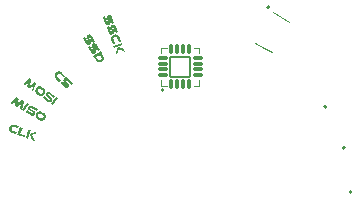
<source format=gbr>
%TF.GenerationSoftware,KiCad,Pcbnew,7.0.6*%
%TF.CreationDate,2024-04-30T01:46:30+02:00*%
%TF.ProjectId,amulet_encoder,616d756c-6574-45f6-956e-636f6465722e,1.0*%
%TF.SameCoordinates,PX7829b80PY6b49d20*%
%TF.FileFunction,Legend,Top*%
%TF.FilePolarity,Positive*%
%FSLAX46Y46*%
G04 Gerber Fmt 4.6, Leading zero omitted, Abs format (unit mm)*
G04 Created by KiCad (PCBNEW 7.0.6) date 2024-04-30 01:46:30*
%MOMM*%
%LPD*%
G01*
G04 APERTURE LIST*
G04 Aperture macros list*
%AMRoundRect*
0 Rectangle with rounded corners*
0 $1 Rounding radius*
0 $2 $3 $4 $5 $6 $7 $8 $9 X,Y pos of 4 corners*
0 Add a 4 corners polygon primitive as box body*
4,1,4,$2,$3,$4,$5,$6,$7,$8,$9,$2,$3,0*
0 Add four circle primitives for the rounded corners*
1,1,$1+$1,$2,$3*
1,1,$1+$1,$4,$5*
1,1,$1+$1,$6,$7*
1,1,$1+$1,$8,$9*
0 Add four rect primitives between the rounded corners*
20,1,$1+$1,$2,$3,$4,$5,0*
20,1,$1+$1,$4,$5,$6,$7,0*
20,1,$1+$1,$6,$7,$8,$9,0*
20,1,$1+$1,$8,$9,$2,$3,0*%
G04 Aperture macros list end*
%ADD10C,0.100000*%
%ADD11C,0.200000*%
%ADD12C,0.120000*%
%ADD13C,0.150000*%
%ADD14C,0.800000*%
%ADD15C,4.500000*%
%ADD16C,0.999800*%
%ADD17C,2.000000*%
%ADD18RoundRect,0.287500X0.299753X-0.188309X0.217271X0.279474X-0.299753X0.188309X-0.217271X-0.279474X0*%
%ADD19RoundRect,0.262500X-0.350370X0.071088X-0.170757X-0.314093X0.350370X-0.071088X0.170757X0.314093X0*%
%ADD20RoundRect,0.262500X-0.267885X0.236749X-0.304927X-0.186634X0.267885X-0.236749X0.304927X0.186634X0*%
%ADD21RoundRect,0.262500X-0.320032X0.159348X-0.246232X-0.259195X0.320032X-0.159348X0.246232X0.259195X0*%
%ADD22RoundRect,0.200000X-0.378109X0.045096X0.228109X-0.304904X0.378109X-0.045096X-0.228109X0.304904X0*%
%ADD23RoundRect,0.287500X-0.078803X0.345112X-0.351252X-0.043985X0.078803X-0.345112X0.351252X0.043985X0*%
%ADD24RoundRect,0.050000X0.850000X-0.850000X0.850000X0.850000X-0.850000X0.850000X-0.850000X-0.850000X0*%
%ADD25RoundRect,0.112500X0.312500X-0.062500X0.312500X0.062500X-0.312500X0.062500X-0.312500X-0.062500X0*%
%ADD26RoundRect,0.112500X0.062500X-0.312500X0.062500X0.312500X-0.062500X0.312500X-0.062500X-0.312500X0*%
%ADD27RoundRect,0.200000X-0.361742X-0.118925X0.335595X-0.179934X0.361742X0.118925X-0.335595X0.179934X0*%
%ADD28RoundRect,0.200000X-0.318635X-0.208498X0.370730X-0.086944X0.318635X0.208498X-0.370730X0.086944X0*%
%ADD29RoundRect,0.200000X-0.253815X-0.283863X0.380600X0.011970X0.253815X0.283863X-0.380600X-0.011970X0*%
G04 APERTURE END LIST*
D10*
G36*
X10175669Y31392134D02*
G01*
X10422315Y32003964D01*
X10426272Y32014433D01*
X10429355Y32024463D01*
X10431581Y32034069D01*
X10432968Y32043264D01*
X10433534Y32052064D01*
X10433298Y32060484D01*
X10432278Y32068537D01*
X10430492Y32076238D01*
X10426417Y32087161D01*
X10420720Y32097375D01*
X10416053Y32103814D01*
X10410710Y32109973D01*
X10404710Y32115868D01*
X10398072Y32121512D01*
X10390813Y32126921D01*
X10323749Y32173879D01*
X10316686Y32178503D01*
X10309602Y32182492D01*
X10302498Y32185843D01*
X10291801Y32189660D01*
X10281057Y32192012D01*
X10270264Y32192879D01*
X10259423Y32192246D01*
X10248532Y32190095D01*
X10237593Y32186407D01*
X10230272Y32183087D01*
X10222929Y32179071D01*
X10215563Y32174355D01*
X10208176Y32168933D01*
X9851910Y31888374D01*
X9992578Y32319896D01*
X9995162Y32328682D01*
X9997063Y32337224D01*
X9998292Y32345521D01*
X9998854Y32353574D01*
X9998469Y32365191D01*
X9996633Y32376253D01*
X9993375Y32386759D01*
X9988724Y32396706D01*
X9982706Y32406091D01*
X9975350Y32414914D01*
X9969717Y32420483D01*
X9963510Y32425800D01*
X9956737Y32430864D01*
X9889833Y32477711D01*
X9882268Y32482682D01*
X9874696Y32486988D01*
X9867109Y32490607D01*
X9859502Y32493515D01*
X9851870Y32495689D01*
X9840359Y32497524D01*
X9828756Y32497578D01*
X9820959Y32496587D01*
X9813106Y32494747D01*
X9805192Y32492035D01*
X9797209Y32488427D01*
X9789152Y32483902D01*
X9781015Y32478435D01*
X9772793Y32472004D01*
X9764478Y32464586D01*
X9274704Y32022996D01*
X9433481Y31911819D01*
X9793516Y32238639D01*
X9664904Y31834216D01*
X9662267Y31825680D01*
X9660298Y31817376D01*
X9658993Y31809304D01*
X9658347Y31801462D01*
X9658605Y31790128D01*
X9660322Y31779305D01*
X9663484Y31768989D01*
X9668077Y31759177D01*
X9674085Y31749864D01*
X9681494Y31741046D01*
X9687205Y31735441D01*
X9693527Y31730053D01*
X9700457Y31724881D01*
X9749115Y31690810D01*
X9756187Y31686178D01*
X9763295Y31682162D01*
X9770435Y31678769D01*
X9781193Y31674866D01*
X9791996Y31672408D01*
X9802828Y31671420D01*
X9813674Y31671927D01*
X9824518Y31673954D01*
X9835346Y31677526D01*
X9842546Y31680779D01*
X9849728Y31684736D01*
X9856886Y31689406D01*
X9864016Y31694796D01*
X10195579Y31947570D01*
X10016091Y31503872D01*
X10175669Y31392134D01*
G37*
G36*
X10716986Y31827939D02*
G01*
X10734888Y31826331D01*
X10752844Y31823825D01*
X10770831Y31820421D01*
X10788824Y31816118D01*
X10806801Y31810915D01*
X10824738Y31804812D01*
X10842612Y31797808D01*
X10860399Y31789901D01*
X10878075Y31781091D01*
X10895618Y31771376D01*
X10913003Y31760757D01*
X10930207Y31749233D01*
X11016478Y31688825D01*
X11033119Y31676651D01*
X11048974Y31663995D01*
X11064037Y31650879D01*
X11078299Y31637325D01*
X11091753Y31623357D01*
X11104393Y31608996D01*
X11116210Y31594265D01*
X11127198Y31579186D01*
X11137350Y31563781D01*
X11146657Y31548074D01*
X11155112Y31532087D01*
X11162709Y31515841D01*
X11169440Y31499360D01*
X11175297Y31482665D01*
X11180273Y31465780D01*
X11184362Y31448726D01*
X11187555Y31431526D01*
X11189845Y31414203D01*
X11191226Y31396779D01*
X11191689Y31379275D01*
X11191227Y31361716D01*
X11189834Y31344123D01*
X11187501Y31326518D01*
X11184222Y31308925D01*
X11179989Y31291364D01*
X11174794Y31273860D01*
X11168631Y31256434D01*
X11161492Y31239108D01*
X11153370Y31221906D01*
X11144257Y31204849D01*
X11134147Y31187960D01*
X11123031Y31171261D01*
X11111152Y31155120D01*
X11098750Y31139858D01*
X11085849Y31125476D01*
X11072472Y31111975D01*
X11058643Y31099355D01*
X11044386Y31087618D01*
X11029724Y31076765D01*
X11014681Y31066795D01*
X10999280Y31057710D01*
X10983544Y31049510D01*
X10967498Y31042197D01*
X10951164Y31035771D01*
X10934567Y31030232D01*
X10917730Y31025582D01*
X10900677Y31021822D01*
X10883430Y31018951D01*
X10866014Y31016971D01*
X10848453Y31015883D01*
X10830769Y31015687D01*
X10812986Y31016385D01*
X10795128Y31017976D01*
X10777218Y31020461D01*
X10759280Y31023843D01*
X10741338Y31028120D01*
X10723415Y31033294D01*
X10705534Y31039366D01*
X10687719Y31046336D01*
X10669994Y31054206D01*
X10652382Y31062975D01*
X10634907Y31072646D01*
X10617592Y31083217D01*
X10600461Y31094691D01*
X10514190Y31155099D01*
X10497476Y31167324D01*
X10481550Y31180027D01*
X10466421Y31193187D01*
X10452094Y31206781D01*
X10438578Y31220787D01*
X10425879Y31235182D01*
X10414005Y31249945D01*
X10402964Y31265052D01*
X10392761Y31280482D01*
X10383406Y31296212D01*
X10374904Y31312220D01*
X10367263Y31328483D01*
X10360491Y31344979D01*
X10354594Y31361687D01*
X10349580Y31378582D01*
X10345457Y31395644D01*
X10342230Y31412850D01*
X10339909Y31430177D01*
X10338499Y31447604D01*
X10338086Y31462328D01*
X10532155Y31462328D01*
X10532183Y31454049D01*
X10532640Y31445813D01*
X10533523Y31437629D01*
X10534830Y31429509D01*
X10536558Y31421464D01*
X10538704Y31413503D01*
X10541265Y31405638D01*
X10544240Y31397878D01*
X10547626Y31390235D01*
X10551420Y31382719D01*
X10555619Y31375340D01*
X10560221Y31368109D01*
X10565224Y31361037D01*
X10570624Y31354133D01*
X10576419Y31347410D01*
X10582607Y31340876D01*
X10589185Y31334544D01*
X10596150Y31328422D01*
X10603501Y31322523D01*
X10611233Y31316855D01*
X10719432Y31241094D01*
X10727315Y31235827D01*
X10735291Y31230995D01*
X10743349Y31226597D01*
X10751478Y31222631D01*
X10759668Y31219098D01*
X10767906Y31215995D01*
X10776183Y31213321D01*
X10784487Y31211076D01*
X10792807Y31209259D01*
X10801133Y31207868D01*
X10809453Y31206902D01*
X10817756Y31206361D01*
X10826032Y31206242D01*
X10834269Y31206546D01*
X10842456Y31207271D01*
X10850584Y31208416D01*
X10858640Y31209980D01*
X10866613Y31211962D01*
X10874493Y31214361D01*
X10882269Y31217176D01*
X10889930Y31220405D01*
X10897464Y31224048D01*
X10904861Y31228104D01*
X10912110Y31232571D01*
X10919200Y31237449D01*
X10926120Y31242736D01*
X10932859Y31248432D01*
X10939406Y31254535D01*
X10945750Y31261044D01*
X10951879Y31267959D01*
X10957785Y31275277D01*
X10963454Y31282999D01*
X10968842Y31291069D01*
X10973766Y31299216D01*
X10978230Y31307431D01*
X10982235Y31315702D01*
X10985785Y31324019D01*
X10988883Y31332371D01*
X10991531Y31340749D01*
X10993733Y31349141D01*
X10995491Y31357537D01*
X10996809Y31365927D01*
X10997688Y31374301D01*
X10998133Y31382647D01*
X10998146Y31390956D01*
X10997730Y31399216D01*
X10996887Y31407418D01*
X10995621Y31415551D01*
X10993935Y31423604D01*
X10991831Y31431568D01*
X10989312Y31439431D01*
X10986382Y31447183D01*
X10983042Y31454814D01*
X10979297Y31462313D01*
X10975149Y31469670D01*
X10970601Y31476874D01*
X10965655Y31483916D01*
X10960315Y31490783D01*
X10954584Y31497467D01*
X10948464Y31503955D01*
X10941958Y31510239D01*
X10935070Y31516308D01*
X10927801Y31522151D01*
X10920156Y31527757D01*
X10811957Y31603519D01*
X10804071Y31608787D01*
X10796087Y31613625D01*
X10788016Y31618031D01*
X10779868Y31622007D01*
X10771656Y31625554D01*
X10763389Y31628672D01*
X10755080Y31631362D01*
X10746740Y31633623D01*
X10738380Y31635458D01*
X10730010Y31636866D01*
X10721643Y31637848D01*
X10713288Y31638405D01*
X10704958Y31638537D01*
X10696664Y31638246D01*
X10688417Y31637530D01*
X10680227Y31636392D01*
X10672107Y31634831D01*
X10664067Y31632849D01*
X10656118Y31630446D01*
X10648272Y31627622D01*
X10640540Y31624379D01*
X10632933Y31620716D01*
X10625462Y31616635D01*
X10618138Y31612135D01*
X10610972Y31607219D01*
X10603977Y31601885D01*
X10597162Y31596135D01*
X10590539Y31589970D01*
X10584119Y31583390D01*
X10577914Y31576395D01*
X10571934Y31568987D01*
X10566191Y31561165D01*
X10560874Y31553197D01*
X10556016Y31545145D01*
X10551616Y31537019D01*
X10547670Y31528831D01*
X10544176Y31520590D01*
X10541132Y31512308D01*
X10538534Y31503995D01*
X10536380Y31495661D01*
X10534668Y31487316D01*
X10533395Y31478973D01*
X10532558Y31470640D01*
X10532155Y31462328D01*
X10338086Y31462328D01*
X10338008Y31465107D01*
X10338444Y31482665D01*
X10339814Y31500255D01*
X10342124Y31517855D01*
X10345382Y31535443D01*
X10349596Y31552996D01*
X10354773Y31570491D01*
X10360919Y31587907D01*
X10368043Y31605222D01*
X10376151Y31622412D01*
X10385250Y31639456D01*
X10395349Y31656331D01*
X10406453Y31673015D01*
X10418344Y31689171D01*
X10430757Y31704447D01*
X10443672Y31718842D01*
X10457063Y31732355D01*
X10470907Y31744986D01*
X10485180Y31756733D01*
X10499861Y31767595D01*
X10514923Y31777572D01*
X10530346Y31786664D01*
X10546104Y31794868D01*
X10562174Y31802184D01*
X10578533Y31808612D01*
X10595157Y31814150D01*
X10612024Y31818798D01*
X10629109Y31822555D01*
X10646388Y31825419D01*
X10663839Y31827391D01*
X10681438Y31828468D01*
X10699162Y31828652D01*
X10716986Y31827939D01*
G37*
G36*
X11428600Y30514823D02*
G01*
X11439141Y30507756D01*
X11449778Y30501244D01*
X11460498Y30495287D01*
X11471288Y30489885D01*
X11482134Y30485037D01*
X11493024Y30480744D01*
X11503943Y30477005D01*
X11514880Y30473819D01*
X11525820Y30471187D01*
X11536751Y30469109D01*
X11547659Y30467584D01*
X11558531Y30466612D01*
X11569354Y30466193D01*
X11580114Y30466327D01*
X11590800Y30467013D01*
X11601396Y30468251D01*
X11611891Y30470042D01*
X11622270Y30472384D01*
X11632522Y30475279D01*
X11642632Y30478725D01*
X11652587Y30482722D01*
X11662374Y30487270D01*
X11671980Y30492369D01*
X11681392Y30498019D01*
X11690597Y30504220D01*
X11699581Y30510971D01*
X11708331Y30518272D01*
X11716834Y30526123D01*
X11725077Y30534524D01*
X11733047Y30543475D01*
X11740729Y30552975D01*
X11748112Y30563024D01*
X11754790Y30573056D01*
X11760871Y30583213D01*
X11766360Y30593483D01*
X11771260Y30603851D01*
X11775574Y30614305D01*
X11779305Y30624828D01*
X11782457Y30635409D01*
X11785032Y30646033D01*
X11787036Y30656686D01*
X11788470Y30667354D01*
X11789338Y30678023D01*
X11789644Y30688680D01*
X11789391Y30699311D01*
X11788581Y30709901D01*
X11787220Y30720437D01*
X11785309Y30730906D01*
X11782852Y30741292D01*
X11779853Y30751583D01*
X11776315Y30761764D01*
X11772241Y30771822D01*
X11767635Y30781742D01*
X11762499Y30791511D01*
X11756838Y30801115D01*
X11750655Y30810540D01*
X11743952Y30819773D01*
X11736734Y30828798D01*
X11729003Y30837603D01*
X11720764Y30846173D01*
X11712018Y30854496D01*
X11702771Y30862556D01*
X11693025Y30870339D01*
X11682782Y30877833D01*
X11420288Y31061634D01*
X11412556Y31068092D01*
X11406558Y31075351D01*
X11402336Y31083273D01*
X11399937Y31091717D01*
X11399403Y31100542D01*
X11400780Y31109608D01*
X11404113Y31118776D01*
X11407921Y31125635D01*
X11409444Y31127906D01*
X11414550Y31134341D01*
X11421889Y31141116D01*
X11429731Y31145870D01*
X11437966Y31148647D01*
X11446482Y31149491D01*
X11455168Y31148446D01*
X11463913Y31145558D01*
X11472604Y31140870D01*
X11474756Y31139422D01*
X11920676Y30827185D01*
X12028043Y30980520D01*
X11574920Y31297800D01*
X11564451Y31304816D01*
X11553881Y31311279D01*
X11543224Y31317191D01*
X11532494Y31322551D01*
X11521704Y31327361D01*
X11510868Y31331621D01*
X11499999Y31335332D01*
X11489112Y31338495D01*
X11478221Y31341110D01*
X11467337Y31343177D01*
X11456477Y31344697D01*
X11445652Y31345672D01*
X11434878Y31346101D01*
X11424167Y31345985D01*
X11413534Y31345325D01*
X11402991Y31344122D01*
X11392554Y31342375D01*
X11382235Y31340086D01*
X11372048Y31337255D01*
X11362007Y31333883D01*
X11352126Y31329971D01*
X11342418Y31325519D01*
X11332897Y31320527D01*
X11323576Y31314997D01*
X11314471Y31308929D01*
X11305593Y31302324D01*
X11296958Y31295181D01*
X11288578Y31287503D01*
X11280467Y31279289D01*
X11272639Y31270540D01*
X11265108Y31261256D01*
X11257888Y31251439D01*
X11251284Y31241513D01*
X11245275Y31231459D01*
X11239857Y31221291D01*
X11235027Y31211024D01*
X11230781Y31200672D01*
X11227116Y31190247D01*
X11224029Y31179764D01*
X11221514Y31169237D01*
X11219570Y31158680D01*
X11218192Y31148106D01*
X11217376Y31137529D01*
X11217120Y31126964D01*
X11217419Y31116423D01*
X11218270Y31105921D01*
X11219670Y31095471D01*
X11221614Y31085088D01*
X11224100Y31074785D01*
X11227123Y31064577D01*
X11230680Y31054476D01*
X11234767Y31044496D01*
X11239381Y31034653D01*
X11244518Y31024958D01*
X11250175Y31015427D01*
X11256348Y31006073D01*
X11263033Y30996909D01*
X11270227Y30987951D01*
X11277926Y30979211D01*
X11286127Y30970703D01*
X11294826Y30962441D01*
X11304019Y30954439D01*
X11313703Y30946712D01*
X11323875Y30939271D01*
X11586209Y30755583D01*
X11593972Y30749068D01*
X11600046Y30741645D01*
X11604356Y30733468D01*
X11606826Y30724688D01*
X11607384Y30715459D01*
X11605953Y30705934D01*
X11602459Y30696265D01*
X11598441Y30689011D01*
X11596828Y30686606D01*
X11591561Y30679999D01*
X11585887Y30674570D01*
X11577799Y30669133D01*
X11569253Y30665713D01*
X11560399Y30664267D01*
X11551388Y30664751D01*
X11542371Y30667121D01*
X11533499Y30671331D01*
X11529164Y30674113D01*
X11083243Y30986350D01*
X10975316Y30832215D01*
X11428600Y30514823D01*
G37*
G36*
X11859315Y30213233D02*
G01*
X12275332Y30807367D01*
X12114794Y30919776D01*
X11698777Y30325642D01*
X11859315Y30213233D01*
G37*
G36*
X8725209Y27756268D02*
G01*
X8789565Y27933085D01*
X8442357Y28059458D01*
X8433518Y28062895D01*
X8424976Y28066661D01*
X8416736Y28070744D01*
X8408805Y28075136D01*
X8401189Y28079827D01*
X8393892Y28084806D01*
X8386921Y28090065D01*
X8380282Y28095593D01*
X8373981Y28101380D01*
X8368023Y28107418D01*
X8362414Y28113696D01*
X8357161Y28120204D01*
X8352268Y28126934D01*
X8347742Y28133874D01*
X8343588Y28141015D01*
X8339813Y28148348D01*
X8336422Y28155863D01*
X8333421Y28163550D01*
X8330816Y28171399D01*
X8328612Y28179401D01*
X8326816Y28187546D01*
X8325433Y28195824D01*
X8324470Y28204225D01*
X8323931Y28212740D01*
X8323823Y28221359D01*
X8324152Y28230073D01*
X8324922Y28238870D01*
X8326142Y28247743D01*
X8327815Y28256680D01*
X8329948Y28265673D01*
X8332547Y28274711D01*
X8335617Y28283785D01*
X8339140Y28292827D01*
X8342999Y28301530D01*
X8347183Y28309893D01*
X8351681Y28317910D01*
X8356482Y28325580D01*
X8361577Y28332897D01*
X8366954Y28339860D01*
X8372602Y28346463D01*
X8378512Y28352705D01*
X8384672Y28358581D01*
X8391072Y28364088D01*
X8397701Y28369222D01*
X8404549Y28373980D01*
X8411605Y28378359D01*
X8418858Y28382354D01*
X8426298Y28385963D01*
X8433914Y28389182D01*
X8441695Y28392008D01*
X8449631Y28394437D01*
X8457711Y28396465D01*
X8465925Y28398089D01*
X8474262Y28399306D01*
X8482711Y28400112D01*
X8491261Y28400504D01*
X8499902Y28400478D01*
X8508624Y28400030D01*
X8517416Y28399158D01*
X8526267Y28397858D01*
X8535166Y28396126D01*
X8544103Y28393958D01*
X8553067Y28391352D01*
X8562047Y28388304D01*
X8909255Y28261931D01*
X8973277Y28437830D01*
X8638555Y28559659D01*
X8618954Y28566338D01*
X8599413Y28572096D01*
X8579954Y28576938D01*
X8560599Y28580873D01*
X8541372Y28583907D01*
X8522294Y28586047D01*
X8503389Y28587300D01*
X8484678Y28587672D01*
X8466184Y28587171D01*
X8447929Y28585804D01*
X8429937Y28583577D01*
X8412228Y28580498D01*
X8394827Y28576573D01*
X8377755Y28571808D01*
X8361034Y28566212D01*
X8344688Y28559791D01*
X8328739Y28552552D01*
X8313208Y28544502D01*
X8298120Y28535647D01*
X8283495Y28525995D01*
X8269357Y28515552D01*
X8255728Y28504326D01*
X8242630Y28492322D01*
X8230086Y28479550D01*
X8218119Y28466014D01*
X8206751Y28451722D01*
X8196004Y28436681D01*
X8185900Y28420898D01*
X8176463Y28404379D01*
X8167715Y28387132D01*
X8159677Y28369163D01*
X8152374Y28350480D01*
X8145966Y28331491D01*
X8140579Y28312577D01*
X8136201Y28293759D01*
X8132818Y28275056D01*
X8130419Y28256488D01*
X8128989Y28238074D01*
X8128517Y28219835D01*
X8128990Y28201790D01*
X8130395Y28183958D01*
X8132718Y28166360D01*
X8135948Y28149015D01*
X8140072Y28131942D01*
X8145076Y28115162D01*
X8150948Y28098695D01*
X8157675Y28082559D01*
X8165244Y28066774D01*
X8173644Y28051361D01*
X8182859Y28036338D01*
X8192879Y28021727D01*
X8203690Y28007545D01*
X8215280Y27993813D01*
X8227635Y27980552D01*
X8240743Y27967779D01*
X8254592Y27955516D01*
X8269167Y27943781D01*
X8284457Y27932594D01*
X8300449Y27921976D01*
X8317130Y27911946D01*
X8334487Y27902523D01*
X8352507Y27893727D01*
X8371178Y27885579D01*
X8390486Y27878096D01*
X8725209Y27756268D01*
G37*
G36*
X9430457Y27499578D02*
G01*
X9494813Y27676395D01*
X9078017Y27828097D01*
X9261729Y28332842D01*
X9076466Y28400272D01*
X8828398Y27718710D01*
X9430457Y27499578D01*
G37*
G36*
X10281675Y27189760D02*
G01*
X10063563Y27667964D01*
X10513035Y27877404D01*
X10277279Y27963212D01*
X9909268Y27794197D01*
X9901383Y27789857D01*
X9894144Y27785065D01*
X9887563Y27779834D01*
X9881655Y27774175D01*
X9876433Y27768100D01*
X9871913Y27761622D01*
X9868108Y27754751D01*
X9865032Y27747501D01*
X9858884Y27730609D01*
X9856382Y27722527D01*
X9854861Y27714717D01*
X9854272Y27705131D01*
X9855060Y27695495D01*
X9856623Y27687573D01*
X9858969Y27679315D01*
X9862052Y27670586D01*
X9863856Y27666003D01*
X10039677Y27277840D01*
X10281675Y27189760D01*
G37*
G36*
X9693387Y27403879D02*
G01*
X9941455Y28085442D01*
X9757294Y28152471D01*
X9509226Y27470909D01*
X9693387Y27403879D01*
G37*
G36*
X12372084Y32208397D02*
G01*
X12505136Y32341450D01*
X12243867Y32602719D01*
X12237309Y32609570D01*
X12231159Y32616593D01*
X12225417Y32623776D01*
X12220085Y32631108D01*
X12215164Y32638578D01*
X12210656Y32646175D01*
X12206560Y32653887D01*
X12202880Y32661702D01*
X12199615Y32669611D01*
X12196767Y32677601D01*
X12194337Y32685661D01*
X12192326Y32693780D01*
X12190735Y32701946D01*
X12189566Y32710149D01*
X12188820Y32718377D01*
X12188498Y32726618D01*
X12188600Y32734862D01*
X12189129Y32743097D01*
X12190085Y32751312D01*
X12191470Y32759495D01*
X12193284Y32767636D01*
X12195529Y32775723D01*
X12198206Y32783744D01*
X12201317Y32791689D01*
X12204861Y32799547D01*
X12208841Y32807305D01*
X12213258Y32814952D01*
X12218113Y32822478D01*
X12223406Y32829871D01*
X12229140Y32837120D01*
X12235315Y32844213D01*
X12241933Y32851139D01*
X12248947Y32857844D01*
X12256122Y32864102D01*
X12263448Y32869913D01*
X12270913Y32875278D01*
X12278506Y32880200D01*
X12286216Y32884679D01*
X12294031Y32888716D01*
X12301942Y32892314D01*
X12309935Y32895473D01*
X12318002Y32898195D01*
X12326129Y32900482D01*
X12334307Y32902333D01*
X12342525Y32903751D01*
X12350770Y32904738D01*
X12359032Y32905294D01*
X12367300Y32905420D01*
X12375563Y32905119D01*
X12383809Y32904392D01*
X12392028Y32903239D01*
X12400208Y32901662D01*
X12408339Y32899663D01*
X12416409Y32897243D01*
X12424407Y32894403D01*
X12432321Y32891144D01*
X12440142Y32887469D01*
X12447858Y32883377D01*
X12455457Y32878871D01*
X12462929Y32873952D01*
X12470262Y32868621D01*
X12477446Y32862880D01*
X12484469Y32856730D01*
X12491320Y32850172D01*
X12752589Y32588903D01*
X12884951Y32721264D01*
X12633077Y32973138D01*
X12618135Y32987476D01*
X12602858Y33000952D01*
X12587269Y33013565D01*
X12571391Y33025311D01*
X12555247Y33036186D01*
X12538861Y33046188D01*
X12522256Y33055313D01*
X12505456Y33063559D01*
X12488483Y33070921D01*
X12471361Y33077396D01*
X12454113Y33082982D01*
X12436762Y33087675D01*
X12419332Y33091471D01*
X12401846Y33094369D01*
X12384327Y33096363D01*
X12366799Y33097452D01*
X12349284Y33097632D01*
X12331807Y33096899D01*
X12314390Y33095250D01*
X12297056Y33092683D01*
X12279829Y33089194D01*
X12262733Y33084779D01*
X12245790Y33079436D01*
X12229023Y33073161D01*
X12212456Y33065951D01*
X12196113Y33057803D01*
X12180016Y33048713D01*
X12164189Y33038678D01*
X12148655Y33027695D01*
X12133438Y33015762D01*
X12118560Y33002873D01*
X12104044Y32989027D01*
X12090211Y32974525D01*
X12077336Y32959660D01*
X12065415Y32944455D01*
X12054445Y32928934D01*
X12044423Y32913120D01*
X12035346Y32897036D01*
X12027210Y32880705D01*
X12020012Y32864150D01*
X12013749Y32847396D01*
X12008418Y32830464D01*
X12004015Y32813379D01*
X12000537Y32796164D01*
X11997981Y32778841D01*
X11996343Y32761435D01*
X11995620Y32743967D01*
X11995810Y32726463D01*
X11996908Y32708944D01*
X11998912Y32691434D01*
X12001818Y32673957D01*
X12005622Y32656535D01*
X12010323Y32639192D01*
X12015916Y32621951D01*
X12022398Y32604836D01*
X12029766Y32587869D01*
X12038016Y32571073D01*
X12047146Y32554473D01*
X12057152Y32538092D01*
X12068031Y32521951D01*
X12079780Y32506076D01*
X12092394Y32490489D01*
X12105872Y32475213D01*
X12120210Y32460271D01*
X12372084Y32208397D01*
G37*
G36*
X12825540Y31754941D02*
G01*
X12834694Y31746151D01*
X12844039Y31737891D01*
X12853562Y31730163D01*
X12863250Y31722970D01*
X12873089Y31716312D01*
X12883068Y31710193D01*
X12893172Y31704614D01*
X12903389Y31699578D01*
X12913706Y31695086D01*
X12924110Y31691142D01*
X12934588Y31687746D01*
X12945126Y31684900D01*
X12955711Y31682608D01*
X12966332Y31680871D01*
X12976974Y31679692D01*
X12987624Y31679071D01*
X12998271Y31679012D01*
X13008899Y31679517D01*
X13019497Y31680587D01*
X13030052Y31682225D01*
X13040550Y31684433D01*
X13050979Y31687213D01*
X13061324Y31690566D01*
X13071575Y31694496D01*
X13081716Y31699004D01*
X13091736Y31704093D01*
X13101621Y31709763D01*
X13111358Y31716019D01*
X13120935Y31722861D01*
X13130337Y31730291D01*
X13139553Y31738313D01*
X13148569Y31746927D01*
X13156887Y31755647D01*
X13164640Y31764594D01*
X13171829Y31773755D01*
X13178454Y31783115D01*
X13184518Y31792660D01*
X13190020Y31802376D01*
X13194961Y31812249D01*
X13199342Y31822264D01*
X13203165Y31832407D01*
X13206430Y31842664D01*
X13209138Y31853021D01*
X13211290Y31863463D01*
X13212886Y31873976D01*
X13213928Y31884546D01*
X13214417Y31895158D01*
X13214353Y31905799D01*
X13213737Y31916455D01*
X13212570Y31927110D01*
X13210854Y31937751D01*
X13208588Y31948363D01*
X13205775Y31958933D01*
X13202414Y31969445D01*
X13198506Y31979886D01*
X13194053Y31990242D01*
X13189056Y32000498D01*
X13183514Y32010639D01*
X13177430Y32020653D01*
X13170804Y32030524D01*
X13163637Y32040238D01*
X13155929Y32049782D01*
X13147683Y32059140D01*
X13138897Y32068298D01*
X12912308Y32294888D01*
X12905815Y32302590D01*
X12901168Y32310782D01*
X12898386Y32319316D01*
X12897489Y32328048D01*
X12898496Y32336832D01*
X12901427Y32345521D01*
X12906301Y32353971D01*
X12911242Y32360064D01*
X12913136Y32362036D01*
X12919282Y32367487D01*
X12927686Y32372885D01*
X12936235Y32376205D01*
X12944827Y32377509D01*
X12953360Y32376862D01*
X12961733Y32374325D01*
X12969843Y32369962D01*
X12977588Y32363836D01*
X12979456Y32362036D01*
X13364382Y31977110D01*
X13496744Y32109471D01*
X13105600Y32500615D01*
X13096508Y32509342D01*
X13087222Y32517543D01*
X13077753Y32525215D01*
X13068117Y32532357D01*
X13058326Y32538968D01*
X13048394Y32545045D01*
X13038335Y32550587D01*
X13028163Y32555592D01*
X13017890Y32560058D01*
X13007532Y32563984D01*
X12997100Y32567367D01*
X12986609Y32570207D01*
X12976073Y32572500D01*
X12965505Y32574246D01*
X12954918Y32575443D01*
X12944327Y32576088D01*
X12933745Y32576180D01*
X12923185Y32575718D01*
X12912661Y32574699D01*
X12902187Y32573122D01*
X12891777Y32570985D01*
X12881443Y32568286D01*
X12871200Y32565024D01*
X12861061Y32561196D01*
X12851040Y32556802D01*
X12841151Y32551838D01*
X12831406Y32546304D01*
X12821820Y32540197D01*
X12812406Y32533516D01*
X12803178Y32526259D01*
X12794150Y32518425D01*
X12785334Y32510011D01*
X12777106Y32501381D01*
X12769443Y32492524D01*
X12762342Y32483452D01*
X12755802Y32474179D01*
X12749824Y32464721D01*
X12744404Y32455091D01*
X12739543Y32445304D01*
X12735239Y32435374D01*
X12731491Y32425314D01*
X12728297Y32415140D01*
X12725658Y32404866D01*
X12723571Y32394505D01*
X12722035Y32384073D01*
X12721050Y32373582D01*
X12720613Y32363049D01*
X12720725Y32352486D01*
X12721384Y32341908D01*
X12722588Y32331329D01*
X12724337Y32320764D01*
X12726629Y32310226D01*
X12729464Y32299731D01*
X12732840Y32289292D01*
X12736755Y32278923D01*
X12741210Y32268639D01*
X12746203Y32258454D01*
X12751732Y32248382D01*
X12757796Y32238438D01*
X12764395Y32228635D01*
X12771527Y32218989D01*
X12779191Y32209512D01*
X12787386Y32200220D01*
X12796111Y32191127D01*
X13022563Y31964675D01*
X13029077Y31956911D01*
X13033769Y31948546D01*
X13036593Y31939745D01*
X13037502Y31930669D01*
X13036448Y31921484D01*
X13033385Y31912351D01*
X13028266Y31903436D01*
X13023048Y31896991D01*
X13021043Y31894902D01*
X13014708Y31889310D01*
X13008177Y31884949D01*
X12999268Y31880998D01*
X12990258Y31879115D01*
X12981288Y31879229D01*
X12972498Y31881270D01*
X12964029Y31885169D01*
X12956023Y31890856D01*
X12952237Y31894349D01*
X12567310Y32279276D01*
X12434258Y32146223D01*
X12825540Y31754941D01*
G37*
G36*
X9179219Y29833338D02*
G01*
X9371602Y30464336D01*
X9374632Y30475110D01*
X9376829Y30485371D01*
X9378209Y30495134D01*
X9378789Y30504415D01*
X9378587Y30513232D01*
X9377618Y30521598D01*
X9375900Y30529532D01*
X9373449Y30537048D01*
X9368437Y30547575D01*
X9361872Y30557253D01*
X9356661Y30563260D01*
X9350802Y30568931D01*
X9344311Y30574280D01*
X9337206Y30579324D01*
X9329504Y30584079D01*
X9258602Y30625015D01*
X9251163Y30629005D01*
X9243759Y30632362D01*
X9236389Y30635081D01*
X9225400Y30637951D01*
X9214492Y30639357D01*
X9203665Y30639281D01*
X9192920Y30637705D01*
X9182258Y30634612D01*
X9171682Y30629986D01*
X9164678Y30626040D01*
X9157713Y30621400D01*
X9150787Y30616060D01*
X9143899Y30610014D01*
X8813441Y30299473D01*
X8915965Y30741612D01*
X8917773Y30750590D01*
X8918923Y30759265D01*
X8919423Y30767638D01*
X8919282Y30775709D01*
X8917886Y30787248D01*
X8915093Y30798108D01*
X8910932Y30808290D01*
X8905431Y30817793D01*
X8898618Y30826619D01*
X8890521Y30834767D01*
X8884424Y30839824D01*
X8877777Y30844579D01*
X8870589Y30849034D01*
X8799856Y30889872D01*
X8791887Y30894164D01*
X8783968Y30897794D01*
X8776095Y30900738D01*
X8768264Y30902972D01*
X8760471Y30904472D01*
X8748844Y30905297D01*
X8737280Y30904340D01*
X8729600Y30902673D01*
X8721937Y30900156D01*
X8714289Y30896764D01*
X8706651Y30892475D01*
X8699019Y30887264D01*
X8691390Y30881109D01*
X8683759Y30873986D01*
X8676122Y30865872D01*
X8226699Y30383275D01*
X8394562Y30286360D01*
X8724742Y30643315D01*
X8631868Y30229221D01*
X8629985Y30220488D01*
X8628747Y30212045D01*
X8628150Y30203889D01*
X8628190Y30196021D01*
X8629435Y30184752D01*
X8632089Y30174120D01*
X8636138Y30164119D01*
X8641568Y30154745D01*
X8648365Y30145990D01*
X8656515Y30137852D01*
X8662692Y30132766D01*
X8669461Y30127949D01*
X8676815Y30123401D01*
X8728257Y30093701D01*
X8735706Y30089703D01*
X8743137Y30086321D01*
X8750545Y30083564D01*
X8761602Y30080613D01*
X8772578Y30079106D01*
X8783455Y30079066D01*
X8794216Y30080516D01*
X8804843Y30083481D01*
X8815317Y30087983D01*
X8822207Y30091851D01*
X8829017Y30096419D01*
X8835741Y30101695D01*
X8842373Y30107686D01*
X9150644Y30388395D01*
X9010510Y29930742D01*
X9179219Y29833338D01*
G37*
G36*
X9413922Y29697832D02*
G01*
X9776574Y30325964D01*
X9606850Y30423954D01*
X9244198Y29795823D01*
X9413922Y29697832D01*
G37*
G36*
X9984012Y29368691D02*
G01*
X9995129Y29362570D01*
X10006293Y29357010D01*
X10017492Y29352010D01*
X10028711Y29347569D01*
X10039939Y29343685D01*
X10051161Y29340357D01*
X10062365Y29337583D01*
X10073538Y29335363D01*
X10084665Y29333695D01*
X10095736Y29332577D01*
X10106735Y29332008D01*
X10117650Y29331988D01*
X10128469Y29332514D01*
X10139177Y29333585D01*
X10149762Y29335199D01*
X10160210Y29337357D01*
X10170509Y29340055D01*
X10180644Y29343294D01*
X10190604Y29347070D01*
X10200376Y29351384D01*
X10209944Y29356234D01*
X10219298Y29361618D01*
X10228423Y29367535D01*
X10237307Y29373984D01*
X10245936Y29380963D01*
X10254298Y29388471D01*
X10262378Y29396507D01*
X10270165Y29405070D01*
X10277644Y29414157D01*
X10284803Y29423768D01*
X10291629Y29433902D01*
X10298108Y29444556D01*
X10303886Y29455131D01*
X10309059Y29465780D01*
X10313632Y29476490D01*
X10317609Y29487246D01*
X10320995Y29498035D01*
X10323795Y29508844D01*
X10326012Y29519659D01*
X10327653Y29530467D01*
X10328720Y29541254D01*
X10329219Y29552006D01*
X10329154Y29562711D01*
X10328530Y29573354D01*
X10327351Y29583922D01*
X10325622Y29594401D01*
X10323347Y29604779D01*
X10320531Y29615041D01*
X10317178Y29625174D01*
X10313294Y29635164D01*
X10308882Y29644998D01*
X10303947Y29654662D01*
X10298493Y29664143D01*
X10292526Y29673428D01*
X10286049Y29682502D01*
X10279068Y29691352D01*
X10271586Y29699965D01*
X10263609Y29708327D01*
X10255140Y29716425D01*
X10246185Y29724244D01*
X10236748Y29731773D01*
X10226833Y29738996D01*
X10216445Y29745901D01*
X10205589Y29752474D01*
X9928074Y29912697D01*
X9919809Y29918456D01*
X9913201Y29925165D01*
X9908305Y29932689D01*
X9905179Y29940891D01*
X9903878Y29949636D01*
X9904460Y29958788D01*
X9906980Y29968212D01*
X9910177Y29975376D01*
X9911496Y29977771D01*
X9916021Y29984627D01*
X9922741Y29992016D01*
X9930140Y29997436D01*
X9938101Y30000919D01*
X9946512Y30002502D01*
X9955256Y30002219D01*
X9964219Y30000103D01*
X9973285Y29996191D01*
X9975555Y29994936D01*
X10446992Y29722752D01*
X10540586Y29884861D01*
X10061534Y30161442D01*
X10050494Y30167518D01*
X10039401Y30173035D01*
X10028269Y30177996D01*
X10017113Y30182400D01*
X10005945Y30186252D01*
X9994778Y30189551D01*
X9983628Y30192301D01*
X9972507Y30194503D01*
X9961428Y30196158D01*
X9950406Y30197269D01*
X9939455Y30197837D01*
X9928586Y30197865D01*
X9917816Y30197353D01*
X9907156Y30196304D01*
X9896620Y30194720D01*
X9886223Y30192602D01*
X9875977Y30189952D01*
X9865897Y30186773D01*
X9855996Y30183065D01*
X9846287Y30178831D01*
X9836784Y30174072D01*
X9827501Y30168791D01*
X9818451Y30162988D01*
X9809649Y30156667D01*
X9801106Y30149828D01*
X9792838Y30142474D01*
X9784858Y30134606D01*
X9777179Y30126227D01*
X9769815Y30117337D01*
X9762780Y30107939D01*
X9756087Y30098035D01*
X9749750Y30087626D01*
X9744036Y30077161D01*
X9738925Y30066622D01*
X9734414Y30056021D01*
X9730498Y30045372D01*
X9727171Y30034689D01*
X9724428Y30023984D01*
X9722266Y30013272D01*
X9720679Y30002566D01*
X9719662Y29991880D01*
X9719210Y29981226D01*
X9719320Y29970618D01*
X9719985Y29960071D01*
X9721202Y29949596D01*
X9722966Y29939208D01*
X9725270Y29928921D01*
X9728112Y29918746D01*
X9731486Y29908699D01*
X9735387Y29898793D01*
X9739811Y29889040D01*
X9744753Y29879455D01*
X9750207Y29870051D01*
X9756170Y29860841D01*
X9762636Y29851839D01*
X9769600Y29843059D01*
X9777059Y29834513D01*
X9785006Y29826215D01*
X9793438Y29818180D01*
X9802349Y29810419D01*
X9811735Y29802947D01*
X9821591Y29795777D01*
X9831911Y29788922D01*
X9842692Y29782397D01*
X10120038Y29622271D01*
X10128340Y29616458D01*
X10135037Y29609593D01*
X10140043Y29601822D01*
X10143269Y29593291D01*
X10144629Y29584146D01*
X10144034Y29574532D01*
X10141396Y29564595D01*
X10138025Y29557019D01*
X10136629Y29554482D01*
X10131957Y29547441D01*
X10126778Y29541539D01*
X10119195Y29535417D01*
X10110979Y29531266D01*
X10102285Y29529054D01*
X10093266Y29528750D01*
X10084077Y29530325D01*
X10074871Y29533746D01*
X10070310Y29536140D01*
X9598873Y29808324D01*
X9504791Y29645369D01*
X9984012Y29368691D01*
G37*
G36*
X10738810Y29713979D02*
G01*
X10756916Y29713048D01*
X10775131Y29711225D01*
X10793431Y29708507D01*
X10811793Y29704891D01*
X10830194Y29700374D01*
X10848610Y29694954D01*
X10867018Y29688627D01*
X10885395Y29681391D01*
X10903718Y29673243D01*
X10921962Y29664180D01*
X10940106Y29654198D01*
X11031313Y29601539D01*
X11048952Y29590862D01*
X11065850Y29579636D01*
X11081998Y29567883D01*
X11097387Y29555624D01*
X11112008Y29542881D01*
X11125851Y29529676D01*
X11138907Y29516031D01*
X11151168Y29501967D01*
X11162623Y29487506D01*
X11173263Y29472670D01*
X11183080Y29457480D01*
X11192064Y29441958D01*
X11200205Y29426126D01*
X11207495Y29410006D01*
X11213925Y29393618D01*
X11219484Y29376986D01*
X11224164Y29360130D01*
X11227955Y29343072D01*
X11230849Y29325834D01*
X11232836Y29308438D01*
X11233907Y29290906D01*
X11234052Y29273258D01*
X11233262Y29255517D01*
X11231529Y29237704D01*
X11228842Y29219842D01*
X11225193Y29201952D01*
X11220572Y29184055D01*
X11214970Y29166173D01*
X11208378Y29148328D01*
X11200787Y29130542D01*
X11192187Y29112836D01*
X11182569Y29095232D01*
X11172142Y29078116D01*
X11161117Y29061832D01*
X11149519Y29046380D01*
X11137370Y29031764D01*
X11124693Y29017988D01*
X11111514Y29005053D01*
X11097853Y28992963D01*
X11083736Y28981720D01*
X11069185Y28971327D01*
X11054224Y28961787D01*
X11038876Y28953103D01*
X11023165Y28945278D01*
X11007114Y28938314D01*
X10990746Y28932214D01*
X10974085Y28926981D01*
X10957155Y28922619D01*
X10939978Y28919128D01*
X10922578Y28916514D01*
X10904978Y28914777D01*
X10887202Y28913922D01*
X10869273Y28913951D01*
X10851215Y28914866D01*
X10833051Y28916671D01*
X10814804Y28919368D01*
X10796498Y28922961D01*
X10778156Y28927451D01*
X10759801Y28932842D01*
X10741458Y28939137D01*
X10723149Y28946338D01*
X10704897Y28954448D01*
X10686727Y28963471D01*
X10668661Y28973408D01*
X10577454Y29026067D01*
X10559738Y29036788D01*
X10542765Y29048055D01*
X10526546Y29059847D01*
X10511089Y29072140D01*
X10496404Y29084915D01*
X10482499Y29098149D01*
X10469384Y29111820D01*
X10457067Y29125908D01*
X10445559Y29140390D01*
X10434868Y29155244D01*
X10425003Y29170450D01*
X10415974Y29185986D01*
X10407790Y29201829D01*
X10400460Y29217959D01*
X10393992Y29234353D01*
X10388397Y29250991D01*
X10383684Y29267850D01*
X10379861Y29284909D01*
X10376938Y29302146D01*
X10374923Y29319540D01*
X10373827Y29337069D01*
X10373780Y29342008D01*
X10568250Y29342008D01*
X10568573Y29333693D01*
X10569323Y29325448D01*
X10570496Y29317282D01*
X10572089Y29309207D01*
X10574098Y29301232D01*
X10576521Y29293368D01*
X10579352Y29285624D01*
X10582590Y29278012D01*
X10586230Y29270541D01*
X10590269Y29263222D01*
X10594703Y29256065D01*
X10599530Y29249080D01*
X10604744Y29242278D01*
X10610344Y29235669D01*
X10616325Y29229262D01*
X10622685Y29223070D01*
X10629419Y29217100D01*
X10636523Y29211365D01*
X10643996Y29205874D01*
X10651832Y29200637D01*
X10660029Y29195666D01*
X10774420Y29129622D01*
X10782732Y29125063D01*
X10791099Y29120944D01*
X10799509Y29117265D01*
X10807953Y29114023D01*
X10816419Y29111217D01*
X10824897Y29108844D01*
X10833375Y29106902D01*
X10841843Y29105389D01*
X10850290Y29104304D01*
X10858705Y29103644D01*
X10867077Y29103407D01*
X10875396Y29103591D01*
X10883651Y29104194D01*
X10891830Y29105215D01*
X10899924Y29106651D01*
X10907920Y29108500D01*
X10915809Y29110760D01*
X10923579Y29113430D01*
X10931221Y29116506D01*
X10938721Y29119988D01*
X10946071Y29123873D01*
X10953260Y29128159D01*
X10960275Y29132843D01*
X10967107Y29137926D01*
X10973745Y29143403D01*
X10980178Y29149273D01*
X10986395Y29155534D01*
X10992385Y29162184D01*
X10998137Y29169222D01*
X11003641Y29176644D01*
X11008886Y29184450D01*
X11013860Y29192636D01*
X11018525Y29201145D01*
X11022720Y29209691D01*
X11026451Y29218263D01*
X11029720Y29226851D01*
X11032532Y29235446D01*
X11034890Y29244037D01*
X11036798Y29252613D01*
X11038260Y29261165D01*
X11039280Y29269683D01*
X11039861Y29278156D01*
X11040007Y29286574D01*
X11039723Y29294928D01*
X11039011Y29303206D01*
X11037877Y29311398D01*
X11036322Y29319496D01*
X11034352Y29327487D01*
X11031971Y29335363D01*
X11029181Y29343113D01*
X11025986Y29350727D01*
X11022391Y29358194D01*
X11018400Y29365505D01*
X11014015Y29372649D01*
X11009242Y29379616D01*
X11004083Y29386397D01*
X10998542Y29392980D01*
X10992624Y29399356D01*
X10986332Y29405515D01*
X10979670Y29411445D01*
X10972641Y29417138D01*
X10965250Y29422583D01*
X10957500Y29427770D01*
X10949395Y29432689D01*
X10835005Y29498732D01*
X10826690Y29503294D01*
X10818315Y29507417D01*
X10809890Y29511103D01*
X10801427Y29514354D01*
X10792936Y29517172D01*
X10784430Y29519557D01*
X10775918Y29521512D01*
X10767413Y29523038D01*
X10758924Y29524137D01*
X10750463Y29524811D01*
X10742042Y29525060D01*
X10733671Y29524887D01*
X10725362Y29524292D01*
X10717124Y29523279D01*
X10708971Y29521847D01*
X10700912Y29520000D01*
X10692958Y29517737D01*
X10685121Y29515062D01*
X10677412Y29511975D01*
X10669842Y29508478D01*
X10662422Y29504573D01*
X10655163Y29500261D01*
X10648076Y29495544D01*
X10641172Y29490424D01*
X10634463Y29484901D01*
X10627959Y29478978D01*
X10621671Y29472657D01*
X10615610Y29465938D01*
X10609789Y29458823D01*
X10604216Y29451314D01*
X10598905Y29443413D01*
X10593865Y29435120D01*
X10589263Y29426719D01*
X10585126Y29418274D01*
X10581451Y29409796D01*
X10578233Y29401295D01*
X10575471Y29392781D01*
X10573160Y29384265D01*
X10571296Y29375757D01*
X10569877Y29367267D01*
X10568899Y29358805D01*
X10568357Y29350382D01*
X10568250Y29342008D01*
X10373780Y29342008D01*
X10373658Y29354712D01*
X10374426Y29372446D01*
X10376139Y29390251D01*
X10378807Y29408104D01*
X10382439Y29425984D01*
X10387044Y29443870D01*
X10392631Y29461739D01*
X10399210Y29479571D01*
X10406790Y29497343D01*
X10415379Y29515034D01*
X10424987Y29532622D01*
X10435424Y29549753D01*
X10446460Y29566053D01*
X10458070Y29581519D01*
X10470232Y29596148D01*
X10482923Y29609937D01*
X10496118Y29622883D01*
X10509796Y29634984D01*
X10523932Y29646236D01*
X10538503Y29656636D01*
X10553486Y29666183D01*
X10568857Y29674872D01*
X10584594Y29682701D01*
X10600673Y29689667D01*
X10617070Y29695767D01*
X10633762Y29700998D01*
X10650726Y29705358D01*
X10667939Y29708843D01*
X10685377Y29711451D01*
X10703017Y29713178D01*
X10720836Y29714022D01*
X10738810Y29713979D01*
G37*
G36*
X14643987Y35448081D02*
G01*
X14650554Y35437221D01*
X14657443Y35426824D01*
X14664641Y35416895D01*
X14672137Y35407439D01*
X14679918Y35398462D01*
X14687973Y35389968D01*
X14696289Y35381964D01*
X14704854Y35374455D01*
X14713657Y35367447D01*
X14722686Y35360944D01*
X14731927Y35354951D01*
X14741370Y35349476D01*
X14751002Y35344522D01*
X14760811Y35340096D01*
X14770785Y35336202D01*
X14780912Y35332846D01*
X14791180Y35330033D01*
X14801577Y35327770D01*
X14812091Y35326061D01*
X14822710Y35324911D01*
X14833422Y35324327D01*
X14844214Y35324312D01*
X14855076Y35324874D01*
X14865994Y35326017D01*
X14876956Y35327747D01*
X14887952Y35330069D01*
X14898968Y35332988D01*
X14909992Y35336510D01*
X14921013Y35340640D01*
X14932019Y35345384D01*
X14942996Y35350747D01*
X14953935Y35356734D01*
X14964226Y35363004D01*
X14974030Y35369639D01*
X14983345Y35376628D01*
X14992168Y35383954D01*
X15000495Y35391605D01*
X15008324Y35399566D01*
X15015652Y35407823D01*
X15022476Y35416363D01*
X15028794Y35425171D01*
X15034603Y35434233D01*
X15039899Y35443536D01*
X15044680Y35453065D01*
X15048943Y35462807D01*
X15052685Y35472747D01*
X15055904Y35482872D01*
X15058596Y35493167D01*
X15060759Y35503618D01*
X15062390Y35514212D01*
X15063486Y35524935D01*
X15064044Y35535772D01*
X15064062Y35546710D01*
X15063536Y35557734D01*
X15062464Y35568830D01*
X15060843Y35579986D01*
X15058671Y35591186D01*
X15055943Y35602416D01*
X15052658Y35613663D01*
X15048812Y35624913D01*
X15044404Y35636151D01*
X15039429Y35647364D01*
X15033885Y35658538D01*
X15027770Y35669658D01*
X14867546Y35947173D01*
X14863268Y35956293D01*
X14860900Y35965408D01*
X14860422Y35974371D01*
X14861815Y35983038D01*
X14865062Y35991261D01*
X14870141Y35998897D01*
X14877036Y36005798D01*
X14883386Y36010404D01*
X14885726Y36011818D01*
X14893073Y36015493D01*
X14902588Y36018532D01*
X14911704Y36019526D01*
X14920341Y36018562D01*
X14928416Y36015728D01*
X14935847Y36011110D01*
X14942552Y36004797D01*
X14948447Y35996875D01*
X14949786Y35994654D01*
X15221970Y35523217D01*
X15384079Y35616811D01*
X15107498Y36095862D01*
X15100975Y36106645D01*
X15094127Y36116969D01*
X15086967Y36126831D01*
X15079508Y36136224D01*
X15071762Y36145143D01*
X15063741Y36153584D01*
X15055460Y36161540D01*
X15046929Y36169008D01*
X15038163Y36175980D01*
X15029173Y36182453D01*
X15019972Y36188421D01*
X15010574Y36193879D01*
X15000990Y36198822D01*
X14991234Y36203243D01*
X14981318Y36207139D01*
X14971255Y36210503D01*
X14961057Y36213332D01*
X14950737Y36215618D01*
X14940309Y36217358D01*
X14929783Y36218545D01*
X14919174Y36219176D01*
X14908494Y36219243D01*
X14897756Y36218743D01*
X14886972Y36217670D01*
X14876155Y36216019D01*
X14865318Y36213784D01*
X14854473Y36210960D01*
X14843633Y36207543D01*
X14832810Y36203526D01*
X14822019Y36198905D01*
X14811270Y36193674D01*
X14800577Y36187828D01*
X14790397Y36181623D01*
X14780701Y36175050D01*
X14771494Y36168125D01*
X14762778Y36160861D01*
X14754555Y36153273D01*
X14746828Y36145374D01*
X14739599Y36137178D01*
X14732871Y36128700D01*
X14726647Y36119954D01*
X14720930Y36110953D01*
X14715721Y36101712D01*
X14711023Y36092244D01*
X14706840Y36082564D01*
X14703173Y36072687D01*
X14700025Y36062625D01*
X14697399Y36052393D01*
X14695298Y36042005D01*
X14693723Y36031475D01*
X14692678Y36020817D01*
X14692165Y36010045D01*
X14692186Y35999174D01*
X14692745Y35988217D01*
X14693844Y35977188D01*
X14695485Y35966101D01*
X14697671Y35954971D01*
X14700405Y35943812D01*
X14703689Y35932637D01*
X14707526Y35921460D01*
X14711919Y35910296D01*
X14716869Y35899159D01*
X14722380Y35888062D01*
X14728454Y35877021D01*
X14888579Y35599675D01*
X14892862Y35590490D01*
X14895230Y35581196D01*
X14895679Y35571963D01*
X14894208Y35562961D01*
X14890813Y35554362D01*
X14885490Y35546333D01*
X14878238Y35539047D01*
X14871530Y35534171D01*
X14869053Y35532673D01*
X14861486Y35528911D01*
X14854049Y35526389D01*
X14844422Y35524879D01*
X14835231Y35525391D01*
X14826596Y35527823D01*
X14818633Y35532070D01*
X14811462Y35538028D01*
X14805201Y35545594D01*
X14802448Y35549947D01*
X14530264Y36021384D01*
X14367309Y35927302D01*
X14643987Y35448081D01*
G37*
G36*
X15076590Y34698791D02*
G01*
X15083157Y34687931D01*
X15090045Y34677534D01*
X15097244Y34667605D01*
X15104740Y34658149D01*
X15112521Y34649171D01*
X15120576Y34640678D01*
X15128892Y34632674D01*
X15137457Y34625165D01*
X15146260Y34618156D01*
X15155289Y34611653D01*
X15164530Y34605661D01*
X15173973Y34600186D01*
X15183605Y34595232D01*
X15193414Y34590805D01*
X15203388Y34586911D01*
X15213515Y34583556D01*
X15223783Y34580743D01*
X15234180Y34578480D01*
X15244694Y34576770D01*
X15255313Y34575621D01*
X15266025Y34575036D01*
X15276817Y34575022D01*
X15287679Y34575584D01*
X15298597Y34576727D01*
X15309559Y34578457D01*
X15320555Y34580778D01*
X15331571Y34583697D01*
X15342595Y34587219D01*
X15353616Y34591350D01*
X15364621Y34596094D01*
X15375599Y34601457D01*
X15386538Y34607444D01*
X15396829Y34613713D01*
X15406633Y34620349D01*
X15415948Y34627337D01*
X15424771Y34634664D01*
X15433098Y34642314D01*
X15440927Y34650275D01*
X15448255Y34658533D01*
X15455079Y34667072D01*
X15461397Y34675880D01*
X15467205Y34684943D01*
X15472502Y34694246D01*
X15477283Y34703775D01*
X15481546Y34713517D01*
X15485288Y34723457D01*
X15488507Y34733582D01*
X15491199Y34743877D01*
X15493362Y34754328D01*
X15494993Y34764922D01*
X15496089Y34775645D01*
X15496647Y34786482D01*
X15496665Y34797419D01*
X15496139Y34808444D01*
X15495067Y34819540D01*
X15493446Y34830695D01*
X15491274Y34841895D01*
X15488546Y34853126D01*
X15485261Y34864373D01*
X15481415Y34875622D01*
X15477007Y34886861D01*
X15472032Y34898074D01*
X15466488Y34909247D01*
X15460373Y34920368D01*
X15300149Y35197883D01*
X15295871Y35207003D01*
X15293503Y35216117D01*
X15293025Y35225081D01*
X15294418Y35233747D01*
X15297665Y35241971D01*
X15302744Y35249606D01*
X15309639Y35256507D01*
X15315989Y35261113D01*
X15318329Y35262528D01*
X15325676Y35266202D01*
X15335191Y35269242D01*
X15344307Y35270236D01*
X15352944Y35269272D01*
X15361019Y35266437D01*
X15368450Y35261820D01*
X15375155Y35255507D01*
X15381050Y35247585D01*
X15382388Y35245363D01*
X15654573Y34773926D01*
X15816682Y34867520D01*
X15540101Y35346572D01*
X15533578Y35357354D01*
X15526730Y35367679D01*
X15519570Y35377540D01*
X15512111Y35386933D01*
X15504365Y35395853D01*
X15496344Y35404294D01*
X15488062Y35412250D01*
X15479532Y35419717D01*
X15470766Y35426690D01*
X15461776Y35433163D01*
X15452575Y35439131D01*
X15443177Y35444589D01*
X15433593Y35449531D01*
X15423837Y35453953D01*
X15413921Y35457849D01*
X15403858Y35461213D01*
X15393660Y35464041D01*
X15383340Y35466328D01*
X15372911Y35468068D01*
X15362386Y35469255D01*
X15351777Y35469885D01*
X15341097Y35469953D01*
X15330359Y35469453D01*
X15319575Y35468380D01*
X15308758Y35466728D01*
X15297920Y35464494D01*
X15287075Y35461670D01*
X15276236Y35458252D01*
X15265413Y35454236D01*
X15254622Y35449614D01*
X15243873Y35444384D01*
X15233180Y35438538D01*
X15222999Y35432332D01*
X15213304Y35425760D01*
X15204097Y35418835D01*
X15195381Y35411571D01*
X15187158Y35403982D01*
X15179431Y35396083D01*
X15172202Y35387888D01*
X15165474Y35379410D01*
X15159250Y35370663D01*
X15153533Y35361662D01*
X15148324Y35352421D01*
X15143626Y35342954D01*
X15139443Y35333274D01*
X15135776Y35323396D01*
X15132628Y35313335D01*
X15130002Y35303103D01*
X15127900Y35292715D01*
X15126326Y35282185D01*
X15125281Y35271527D01*
X15124768Y35260755D01*
X15124789Y35249884D01*
X15125348Y35238927D01*
X15126447Y35227898D01*
X15128088Y35216811D01*
X15130274Y35205681D01*
X15133008Y35194521D01*
X15136292Y35183346D01*
X15140129Y35172170D01*
X15144522Y35161006D01*
X15149472Y35149869D01*
X15154983Y35138772D01*
X15161057Y35127730D01*
X15321182Y34850385D01*
X15325465Y34841199D01*
X15327832Y34831905D01*
X15328282Y34822672D01*
X15326811Y34813671D01*
X15323416Y34805071D01*
X15318093Y34797043D01*
X15310841Y34789757D01*
X15304133Y34784881D01*
X15301656Y34783382D01*
X15294089Y34779620D01*
X15286652Y34777098D01*
X15277025Y34775588D01*
X15267834Y34776101D01*
X15259198Y34778533D01*
X15251236Y34782779D01*
X15244065Y34788738D01*
X15237804Y34796303D01*
X15235051Y34800657D01*
X14962867Y35272094D01*
X14799911Y35178011D01*
X15076590Y34698791D01*
G37*
G36*
X16079096Y34413005D02*
G01*
X16089033Y34394939D01*
X16098054Y34376768D01*
X16106162Y34358515D01*
X16113360Y34340204D01*
X16119651Y34321858D01*
X16125037Y34303501D01*
X16129521Y34285156D01*
X16133107Y34266846D01*
X16135797Y34248595D01*
X16137594Y34230426D01*
X16138501Y34212363D01*
X16138520Y34194429D01*
X16137655Y34176647D01*
X16135908Y34159041D01*
X16133282Y34141635D01*
X16129780Y34124451D01*
X16125405Y34107513D01*
X16120160Y34090845D01*
X16114047Y34074470D01*
X16107070Y34058411D01*
X16099231Y34042692D01*
X16090533Y34027336D01*
X16080978Y34012366D01*
X16070571Y33997807D01*
X16059313Y33983681D01*
X16047207Y33970012D01*
X16034257Y33956823D01*
X16020465Y33944138D01*
X16005834Y33931980D01*
X15990366Y33920372D01*
X15974066Y33909338D01*
X15956934Y33898902D01*
X15939346Y33889293D01*
X15921656Y33880702D01*
X15903886Y33873120D01*
X15886057Y33866537D01*
X15868190Y33860944D01*
X15850309Y33856332D01*
X15832433Y33852692D01*
X15814586Y33850014D01*
X15796788Y33848289D01*
X15779062Y33847508D01*
X15761428Y33847661D01*
X15743909Y33848740D01*
X15726527Y33850734D01*
X15709302Y33853636D01*
X15692257Y33857435D01*
X15675413Y33862122D01*
X15658792Y33867688D01*
X15642416Y33874123D01*
X15626306Y33881419D01*
X15610484Y33889567D01*
X15594971Y33898556D01*
X15579790Y33908378D01*
X15564962Y33919023D01*
X15550508Y33930482D01*
X15536451Y33942746D01*
X15522812Y33955806D01*
X15509612Y33969652D01*
X15496873Y33984275D01*
X15484618Y33999666D01*
X15472867Y34015816D01*
X15461642Y34032715D01*
X15450965Y34050353D01*
X15285174Y34337512D01*
X15502448Y34337512D01*
X15620564Y34132929D01*
X15625481Y34124826D01*
X15630664Y34117084D01*
X15636101Y34109703D01*
X15641784Y34102689D01*
X15647702Y34096045D01*
X15653844Y34089774D01*
X15660201Y34083878D01*
X15666761Y34078363D01*
X15673516Y34073230D01*
X15680455Y34068484D01*
X15687567Y34064128D01*
X15694842Y34060164D01*
X15702271Y34056598D01*
X15709842Y34053431D01*
X15717546Y34050667D01*
X15725373Y34048309D01*
X15733313Y34046362D01*
X15741354Y34044828D01*
X15749487Y34043710D01*
X15757702Y34043013D01*
X15765989Y34042739D01*
X15774337Y34042891D01*
X15782736Y34043474D01*
X15791176Y34044490D01*
X15799646Y34045943D01*
X15808138Y34047836D01*
X15816639Y34050172D01*
X15825141Y34052956D01*
X15833632Y34056190D01*
X15842103Y34059877D01*
X15850544Y34064021D01*
X15858944Y34068626D01*
X15867239Y34073660D01*
X15875150Y34078956D01*
X15882673Y34084503D01*
X15889807Y34090291D01*
X15896551Y34096309D01*
X15902901Y34102548D01*
X15908857Y34108995D01*
X15914416Y34115642D01*
X15919575Y34122478D01*
X15924334Y34129492D01*
X15928691Y34136674D01*
X15932642Y34144014D01*
X15936187Y34151501D01*
X15939323Y34159125D01*
X15942048Y34166875D01*
X15944361Y34174742D01*
X15946259Y34182714D01*
X15947740Y34190781D01*
X15948803Y34198933D01*
X15949445Y34207160D01*
X15949665Y34215450D01*
X15949460Y34223795D01*
X15948829Y34232182D01*
X15947769Y34240603D01*
X15946279Y34249046D01*
X15944356Y34257501D01*
X15941999Y34265958D01*
X15939206Y34274406D01*
X15935975Y34282835D01*
X15932303Y34291235D01*
X15928189Y34299595D01*
X15923631Y34307904D01*
X15805515Y34512487D01*
X15502448Y34337512D01*
X15285174Y34337512D01*
X15241503Y34413153D01*
X15869634Y34775805D01*
X16079096Y34413005D01*
G37*
G36*
X16265462Y37158534D02*
G01*
X16270044Y37146699D01*
X16275023Y37135264D01*
X16280387Y37124235D01*
X16286127Y37113621D01*
X16292231Y37103429D01*
X16298689Y37093666D01*
X16305489Y37084340D01*
X16312620Y37075457D01*
X16320073Y37067027D01*
X16327834Y37059054D01*
X16335895Y37051549D01*
X16344243Y37044517D01*
X16352869Y37037965D01*
X16361760Y37031903D01*
X16370906Y37026336D01*
X16380297Y37021273D01*
X16389921Y37016720D01*
X16399767Y37012686D01*
X16409824Y37009177D01*
X16420082Y37006200D01*
X16430530Y37003765D01*
X16441156Y37001877D01*
X16451950Y37000544D01*
X16462900Y36999774D01*
X16473997Y36999573D01*
X16485228Y36999950D01*
X16496584Y37000912D01*
X16508052Y37002466D01*
X16519623Y37004620D01*
X16531285Y37007381D01*
X16543028Y37010756D01*
X16554839Y37014753D01*
X16566063Y37019140D01*
X16576871Y37023973D01*
X16587258Y37029237D01*
X16597218Y37034920D01*
X16606747Y37041009D01*
X16615840Y37047489D01*
X16624491Y37054349D01*
X16632694Y37061573D01*
X16640445Y37069151D01*
X16647739Y37077067D01*
X16654570Y37085309D01*
X16660933Y37093863D01*
X16666823Y37102717D01*
X16672235Y37111856D01*
X16677163Y37121268D01*
X16681602Y37130939D01*
X16685547Y37140856D01*
X16688993Y37151006D01*
X16691934Y37161375D01*
X16694366Y37171951D01*
X16696283Y37182719D01*
X16697679Y37193667D01*
X16698550Y37204781D01*
X16698891Y37216048D01*
X16698696Y37227456D01*
X16697960Y37238989D01*
X16696678Y37250636D01*
X16694844Y37262382D01*
X16692454Y37274215D01*
X16689502Y37286122D01*
X16685983Y37298088D01*
X16681891Y37310102D01*
X16572292Y37611223D01*
X16569663Y37620947D01*
X16568913Y37630335D01*
X16569999Y37639245D01*
X16572876Y37647538D01*
X16577501Y37655073D01*
X16583829Y37661710D01*
X16591818Y37667309D01*
X16598871Y37670742D01*
X16601421Y37671729D01*
X16609295Y37674072D01*
X16619193Y37675413D01*
X16628343Y37674809D01*
X16636682Y37672360D01*
X16644142Y37668166D01*
X16650658Y37662329D01*
X16656164Y37654947D01*
X16660595Y37646122D01*
X16661527Y37643702D01*
X16847712Y37132163D01*
X17023611Y37196185D01*
X16834418Y37715986D01*
X16829867Y37727737D01*
X16824916Y37739094D01*
X16819577Y37750049D01*
X16813862Y37760595D01*
X16807782Y37770724D01*
X16801349Y37780429D01*
X16794575Y37789703D01*
X16787471Y37798538D01*
X16780048Y37806927D01*
X16772319Y37814863D01*
X16764295Y37822338D01*
X16755987Y37829345D01*
X16747407Y37835876D01*
X16738567Y37841925D01*
X16729478Y37847483D01*
X16720152Y37852544D01*
X16710600Y37857100D01*
X16700834Y37861144D01*
X16690866Y37864668D01*
X16680707Y37867665D01*
X16670369Y37870128D01*
X16659863Y37872049D01*
X16649200Y37873422D01*
X16638394Y37874237D01*
X16627454Y37874489D01*
X16616394Y37874170D01*
X16605223Y37873273D01*
X16593954Y37871790D01*
X16582599Y37869713D01*
X16571169Y37867036D01*
X16559675Y37863751D01*
X16548130Y37859851D01*
X16537026Y37855508D01*
X16526337Y37850719D01*
X16516067Y37845498D01*
X16506222Y37839858D01*
X16496806Y37833812D01*
X16487825Y37827375D01*
X16479283Y37820559D01*
X16471185Y37813378D01*
X16463537Y37805846D01*
X16456343Y37797974D01*
X16449608Y37789778D01*
X16443338Y37781270D01*
X16437537Y37772464D01*
X16432211Y37763373D01*
X16427364Y37754011D01*
X16423001Y37744390D01*
X16419127Y37734525D01*
X16415748Y37724428D01*
X16412868Y37714114D01*
X16410492Y37703595D01*
X16408626Y37692885D01*
X16407274Y37681997D01*
X16406441Y37670945D01*
X16406132Y37659742D01*
X16406352Y37648401D01*
X16407107Y37636937D01*
X16408400Y37625361D01*
X16410238Y37613688D01*
X16412625Y37601931D01*
X16415566Y37590103D01*
X16419066Y37578218D01*
X16423131Y37566290D01*
X16532663Y37265352D01*
X16535286Y37255562D01*
X16536003Y37245998D01*
X16534843Y37236828D01*
X16531831Y37228219D01*
X16526994Y37220339D01*
X16520359Y37213357D01*
X16511951Y37207441D01*
X16504499Y37203804D01*
X16501798Y37202758D01*
X16493694Y37200367D01*
X16485932Y37199175D01*
X16476188Y37199360D01*
X16467226Y37201461D01*
X16459144Y37205355D01*
X16452040Y37210920D01*
X16446013Y37218033D01*
X16441160Y37226571D01*
X16439205Y37231336D01*
X16253020Y37742875D01*
X16076203Y37678519D01*
X16265462Y37158534D01*
G37*
G36*
X16561380Y36345506D02*
G01*
X16565962Y36333671D01*
X16570940Y36322236D01*
X16576305Y36311208D01*
X16582045Y36300594D01*
X16588149Y36290402D01*
X16594607Y36280639D01*
X16601407Y36271312D01*
X16608538Y36262430D01*
X16615990Y36253999D01*
X16623752Y36246027D01*
X16631813Y36238521D01*
X16640161Y36231489D01*
X16648787Y36224938D01*
X16657678Y36218875D01*
X16666824Y36213309D01*
X16676215Y36208245D01*
X16685839Y36203693D01*
X16695685Y36199658D01*
X16705742Y36196149D01*
X16716000Y36193173D01*
X16726448Y36190737D01*
X16737074Y36188849D01*
X16747868Y36187516D01*
X16758818Y36186746D01*
X16769915Y36186546D01*
X16781146Y36186923D01*
X16792502Y36187885D01*
X16803970Y36189439D01*
X16815541Y36191593D01*
X16827203Y36194353D01*
X16838945Y36197729D01*
X16850757Y36201726D01*
X16861981Y36206113D01*
X16872789Y36210945D01*
X16883175Y36216210D01*
X16893136Y36221893D01*
X16902665Y36227981D01*
X16911758Y36234462D01*
X16920408Y36241321D01*
X16928612Y36248546D01*
X16936363Y36256123D01*
X16943657Y36264039D01*
X16950488Y36272281D01*
X16956851Y36280836D01*
X16962741Y36289689D01*
X16968153Y36298828D01*
X16973081Y36308240D01*
X16977520Y36317911D01*
X16981465Y36327828D01*
X16984911Y36337978D01*
X16987852Y36348348D01*
X16990284Y36358923D01*
X16992200Y36369691D01*
X16993597Y36380639D01*
X16994468Y36391754D01*
X16994809Y36403021D01*
X16994614Y36414428D01*
X16993878Y36425961D01*
X16992596Y36437608D01*
X16990762Y36449355D01*
X16988372Y36461188D01*
X16985420Y36473094D01*
X16981901Y36485061D01*
X16977809Y36497074D01*
X16868210Y36798195D01*
X16865581Y36807920D01*
X16864831Y36817307D01*
X16865917Y36826218D01*
X16868794Y36834510D01*
X16873419Y36842046D01*
X16879747Y36848683D01*
X16887735Y36854282D01*
X16894789Y36857715D01*
X16897339Y36858702D01*
X16905213Y36861044D01*
X16915110Y36862385D01*
X16924261Y36861781D01*
X16932599Y36859332D01*
X16940060Y36855139D01*
X16946576Y36849301D01*
X16952082Y36841919D01*
X16956513Y36833094D01*
X16957445Y36830674D01*
X17143630Y36319135D01*
X17319528Y36383157D01*
X17130336Y36902959D01*
X17125785Y36914710D01*
X17120834Y36926067D01*
X17115495Y36937022D01*
X17109780Y36947567D01*
X17103700Y36957696D01*
X17097267Y36967402D01*
X17090493Y36976675D01*
X17083389Y36985511D01*
X17075966Y36993900D01*
X17068237Y37001835D01*
X17060213Y37009310D01*
X17051905Y37016317D01*
X17043325Y37022849D01*
X17034485Y37028897D01*
X17025396Y37034456D01*
X17016070Y37039517D01*
X17006518Y37044073D01*
X16996752Y37048116D01*
X16986784Y37051641D01*
X16976625Y37054638D01*
X16966286Y37057101D01*
X16955780Y37059022D01*
X16945118Y37060394D01*
X16934312Y37061210D01*
X16923372Y37061462D01*
X16912311Y37061143D01*
X16901141Y37060245D01*
X16889872Y37058762D01*
X16878517Y37056686D01*
X16867087Y37054009D01*
X16855593Y37050724D01*
X16844048Y37046824D01*
X16832944Y37042480D01*
X16822255Y37037691D01*
X16811985Y37032470D01*
X16802140Y37026830D01*
X16792724Y37020785D01*
X16783742Y37014348D01*
X16775200Y37007532D01*
X16767103Y37000351D01*
X16759455Y36992818D01*
X16752261Y36984947D01*
X16745526Y36976750D01*
X16739256Y36968243D01*
X16733455Y36959436D01*
X16728129Y36950346D01*
X16723282Y36940983D01*
X16718919Y36931363D01*
X16715045Y36921497D01*
X16711666Y36911401D01*
X16708786Y36901086D01*
X16706410Y36890567D01*
X16704544Y36879857D01*
X16703191Y36868970D01*
X16702358Y36857918D01*
X16702050Y36846714D01*
X16702270Y36835374D01*
X16703024Y36823909D01*
X16704318Y36812333D01*
X16706156Y36800660D01*
X16708543Y36788903D01*
X16711484Y36777076D01*
X16714984Y36765191D01*
X16719049Y36753262D01*
X16828581Y36452324D01*
X16831203Y36442535D01*
X16831921Y36432971D01*
X16830761Y36423800D01*
X16827749Y36415191D01*
X16822912Y36407312D01*
X16816276Y36400330D01*
X16807869Y36394413D01*
X16800416Y36390777D01*
X16797716Y36389731D01*
X16789611Y36387340D01*
X16781850Y36386147D01*
X16772106Y36386332D01*
X16763144Y36388433D01*
X16755062Y36392327D01*
X16747958Y36397892D01*
X16741931Y36405005D01*
X16737078Y36413543D01*
X16735123Y36418309D01*
X16548938Y36929848D01*
X16372121Y36865491D01*
X16561380Y36345506D01*
G37*
G36*
X16917578Y35366862D02*
G01*
X17094395Y35431218D01*
X16968021Y35778426D01*
X16964973Y35787406D01*
X16962367Y35796370D01*
X16960199Y35805307D01*
X16958465Y35814206D01*
X16957162Y35823055D01*
X16956287Y35831846D01*
X16955834Y35840566D01*
X16955802Y35849205D01*
X16956185Y35857752D01*
X16956980Y35866197D01*
X16958184Y35874529D01*
X16959793Y35882737D01*
X16961803Y35890811D01*
X16964210Y35898739D01*
X16967011Y35906511D01*
X16970202Y35914117D01*
X16973779Y35921545D01*
X16977738Y35928785D01*
X16982077Y35935826D01*
X16986790Y35942657D01*
X16991875Y35949269D01*
X16997327Y35955649D01*
X17003143Y35961787D01*
X17009320Y35967674D01*
X17015853Y35973297D01*
X17022739Y35978646D01*
X17029974Y35983710D01*
X17037554Y35988479D01*
X17045476Y35992942D01*
X17053736Y35997089D01*
X17062331Y36000907D01*
X17071255Y36004388D01*
X17080446Y36007501D01*
X17089594Y36010140D01*
X17098689Y36012310D01*
X17107722Y36014018D01*
X17116683Y36015270D01*
X17125564Y36016071D01*
X17134353Y36016427D01*
X17143043Y36016345D01*
X17151623Y36015830D01*
X17160084Y36014888D01*
X17168416Y36013525D01*
X17176611Y36011747D01*
X17184657Y36009559D01*
X17192547Y36006969D01*
X17200270Y36003981D01*
X17207817Y36000601D01*
X17215178Y35996837D01*
X17222344Y35992692D01*
X17229306Y35988174D01*
X17236053Y35983288D01*
X17242577Y35978040D01*
X17248868Y35972436D01*
X17254917Y35966482D01*
X17260713Y35960183D01*
X17266248Y35953547D01*
X17271511Y35946578D01*
X17276494Y35939283D01*
X17281187Y35931667D01*
X17285580Y35923736D01*
X17289665Y35915497D01*
X17293430Y35906955D01*
X17296868Y35898116D01*
X17423241Y35550908D01*
X17599140Y35614930D01*
X17477311Y35949653D01*
X17469829Y35968961D01*
X17461678Y35987631D01*
X17452880Y36005651D01*
X17443454Y36023006D01*
X17433419Y36039685D01*
X17422795Y36055675D01*
X17411602Y36070963D01*
X17399861Y36085536D01*
X17387589Y36099381D01*
X17374808Y36112486D01*
X17361537Y36124838D01*
X17347795Y36136424D01*
X17333603Y36147231D01*
X17318979Y36157247D01*
X17303945Y36166458D01*
X17288519Y36174853D01*
X17272721Y36182417D01*
X17256571Y36189140D01*
X17240089Y36195007D01*
X17223295Y36200005D01*
X17206207Y36204123D01*
X17188847Y36207348D01*
X17171233Y36209666D01*
X17153386Y36211064D01*
X17135324Y36211531D01*
X17117068Y36211053D01*
X17098638Y36209618D01*
X17080053Y36207212D01*
X17061333Y36203823D01*
X17042498Y36199439D01*
X17023567Y36194046D01*
X17004560Y36187631D01*
X16985894Y36180334D01*
X16967943Y36172303D01*
X16950713Y36163561D01*
X16934211Y36154130D01*
X16918445Y36144033D01*
X16903421Y36133292D01*
X16889145Y36121929D01*
X16875626Y36109968D01*
X16862869Y36097430D01*
X16850881Y36084338D01*
X16839670Y36070715D01*
X16829243Y36056582D01*
X16819605Y36041963D01*
X16810764Y36026879D01*
X16802728Y36011354D01*
X16795502Y35995409D01*
X16789093Y35979068D01*
X16783509Y35962352D01*
X16778756Y35945284D01*
X16774842Y35927886D01*
X16771773Y35910181D01*
X16769555Y35892192D01*
X16768197Y35873941D01*
X16767704Y35855450D01*
X16768083Y35836741D01*
X16769342Y35817838D01*
X16771488Y35798762D01*
X16774526Y35779537D01*
X16778465Y35760184D01*
X16783310Y35740726D01*
X16789069Y35721185D01*
X16795749Y35701584D01*
X16917578Y35366862D01*
G37*
G36*
X17236284Y34491223D02*
G01*
X17462410Y34965690D01*
X17911765Y34756000D01*
X17825957Y34991756D01*
X17459931Y35165029D01*
X17451538Y35168279D01*
X17443214Y35170744D01*
X17434976Y35172423D01*
X17426844Y35173311D01*
X17418834Y35173406D01*
X17410966Y35172705D01*
X17403257Y35171203D01*
X17395726Y35168899D01*
X17378834Y35162751D01*
X17371034Y35159473D01*
X17364074Y35155618D01*
X17356352Y35149908D01*
X17349476Y35143110D01*
X17344413Y35136820D01*
X17339594Y35129715D01*
X17334890Y35121742D01*
X17332539Y35117414D01*
X17148204Y34733222D01*
X17236284Y34491223D01*
G37*
G36*
X17022165Y35079512D02*
G01*
X17703727Y35327580D01*
X17636698Y35511741D01*
X16955135Y35263673D01*
X17022165Y35079512D01*
G37*
%TO.C,U2*%
D11*
X30169266Y38510347D02*
G75*
G03*
X30169266Y38510347I-100000J0D01*
G01*
D12*
X29663400Y35107367D02*
X30356220Y34707367D01*
X29663400Y35107367D02*
X28970580Y35507367D01*
X31163400Y37705443D02*
X31856220Y37305443D01*
X31163400Y37705443D02*
X30470580Y38105443D01*
%TO.C,U1*%
D13*
X21175000Y31500000D02*
G75*
G03*
X21175000Y31500000I-75000J0D01*
G01*
D12*
X24210000Y35110000D02*
X23735000Y35110000D01*
X20990000Y35110000D02*
X21465000Y35110000D01*
X24210000Y34635000D02*
X24210000Y35110000D01*
X20990000Y34635000D02*
X20990000Y35110000D01*
X24210000Y32365000D02*
X24210000Y31890000D01*
X20990000Y32365000D02*
X20990000Y31890000D01*
X24210000Y31890000D02*
X23735000Y31890000D01*
X20990000Y31890000D02*
X21465000Y31890000D01*
%TO.C,Q2*%
D11*
X37138826Y22884326D02*
G75*
G03*
X37138826Y22884326I-100000J0D01*
G01*
%TO.C,Q3*%
X36543954Y26634143D02*
G75*
G03*
X36543954Y26634143I-100000J0D01*
G01*
%TO.C,Q1*%
X34998829Y30102242D02*
G75*
G03*
X34998829Y30102242I-100000J0D01*
G01*
%TD*%
%LPC*%
D14*
%TO.C,H1*%
X20850000Y41000000D03*
X21333274Y42166726D03*
X21333274Y39833274D03*
X22500000Y42650000D03*
D15*
X22500000Y41000000D03*
D14*
X22500000Y39350000D03*
X23666726Y42166726D03*
X23666726Y39833274D03*
X24150000Y41000000D03*
%TD*%
D16*
%TO.C,TP10*%
X29525000Y41225000D03*
%TD*%
D17*
%TO.C,FM2*%
X17736852Y40369629D03*
%TD*%
D16*
%TO.C,TP13*%
X12525002Y39820510D03*
%TD*%
%TO.C,TP3*%
X12979760Y29805137D03*
%TD*%
%TO.C,TP1*%
X11413445Y27092201D03*
%TD*%
%TO.C,TP4*%
X14014719Y30985281D03*
%TD*%
D18*
%TO.C,C4*%
X19750000Y34250000D03*
X19472162Y35825692D03*
%TD*%
D16*
%TO.C,TP15*%
X15684597Y41293852D03*
%TD*%
D19*
%TO.C,R2*%
X33058730Y28251149D03*
X33692658Y26891687D03*
%TD*%
D20*
%TO.C,R8*%
X40465756Y20175339D03*
X40596490Y21669631D03*
%TD*%
D21*
%TO.C,R4*%
X35467710Y25548137D03*
X35728182Y24070925D03*
%TD*%
D19*
%TO.C,R1*%
X34870860Y27441090D03*
X34236932Y28800552D03*
%TD*%
D16*
%TO.C,TP14*%
X14072635Y40626155D03*
%TD*%
%TO.C,TP12*%
X31050000Y40600000D03*
%TD*%
%TO.C,TP2*%
X12107695Y28500000D03*
%TD*%
D21*
%TO.C,R6*%
X34187457Y25322384D03*
X34447929Y23845172D03*
%TD*%
D22*
%TO.C,U2*%
X32079185Y36541629D03*
X31129185Y34896181D03*
X28747615Y36271181D03*
X29222615Y37093905D03*
X29697615Y37916629D03*
%TD*%
D17*
%TO.C,FM3*%
X40369627Y17711846D03*
%TD*%
D20*
%TO.C,R5*%
X34519702Y22201273D03*
X34388968Y20706981D03*
%TD*%
D23*
%TO.C,C3*%
X33272257Y35561726D03*
X32354535Y34251082D03*
%TD*%
D16*
%TO.C,TP5*%
X16500000Y32892305D03*
%TD*%
D14*
%TO.C,H2*%
X36871469Y13249998D03*
X37354743Y14416724D03*
X37354743Y12083272D03*
X38521469Y14899998D03*
D15*
X38521469Y13249998D03*
D14*
X38521469Y11599998D03*
X39688195Y14416724D03*
X39688195Y12083272D03*
X40171469Y13249998D03*
%TD*%
D16*
%TO.C,TP6*%
X17907799Y33586555D03*
%TD*%
D14*
%TO.C,H3*%
X4828529Y13250004D03*
X5311803Y14416730D03*
X5311803Y12083278D03*
X6478529Y14900004D03*
D15*
X6478529Y13250004D03*
D14*
X6478529Y11600004D03*
X7645255Y14416730D03*
X7645255Y12083278D03*
X8128529Y13250004D03*
%TD*%
D24*
%TO.C,U1*%
X22600000Y33500000D03*
D25*
X21125000Y32750000D03*
X21125000Y33250000D03*
X21125000Y33750000D03*
X21125000Y34250000D03*
D26*
X21850000Y34975000D03*
X22350000Y34975000D03*
X22850000Y34975000D03*
X23350000Y34975000D03*
D25*
X24075000Y34250000D03*
X24075000Y33750000D03*
X24075000Y33250000D03*
X24075000Y32750000D03*
D26*
X23350000Y32025000D03*
X22850000Y32025000D03*
X22350000Y32025000D03*
X21850000Y32025000D03*
%TD*%
D27*
%TO.C,Q2*%
X37226865Y22165201D03*
X37061269Y20272431D03*
X39136457Y21044504D03*
%TD*%
D21*
%TO.C,R9*%
X40455256Y24904424D03*
X40194784Y26381636D03*
%TD*%
D19*
%TO.C,R7*%
X39221136Y29469658D03*
X38587208Y30829120D03*
%TD*%
D28*
%TO.C,Q3*%
X36811709Y25988189D03*
X37141641Y24117054D03*
X38946291Y25399918D03*
%TD*%
D17*
%TO.C,FM1*%
X9418524Y9418525D03*
%TD*%
D16*
%TO.C,TP11*%
X32500000Y39825000D03*
%TD*%
D29*
%TO.C,Q1*%
X35421239Y29573481D03*
X36224214Y27851496D03*
X37635342Y29557725D03*
%TD*%
D20*
%TO.C,R3*%
X35814756Y22087973D03*
X35684022Y20593681D03*
%TD*%
D16*
%TO.C,TP9*%
X36667135Y36642135D03*
%TD*%
%TO.C,TP8*%
X37845888Y35355752D03*
%TD*%
%TO.C,TP7*%
X38908040Y33971529D03*
%TD*%
%LPD*%
M02*

</source>
